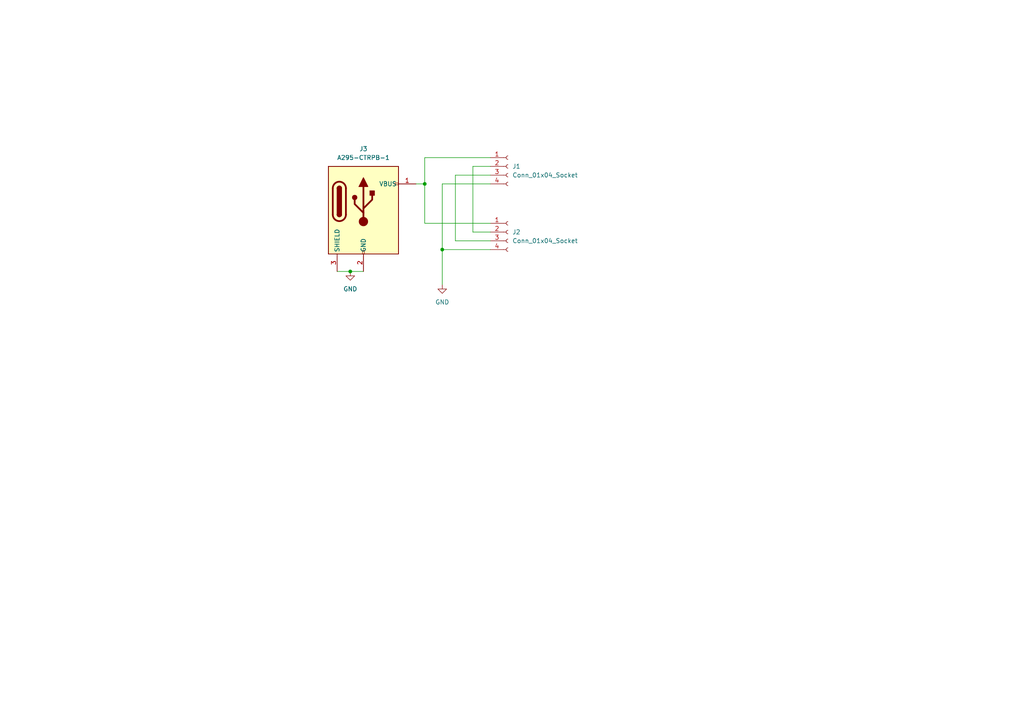
<source format=kicad_sch>
(kicad_sch (version 20231120) (generator "eeschema") (generator_version "8.0")
  (paper "A4")
  (title_block (title "Power Supply and CAN BUS 2") (date "2024-09-26") (rev "0.1") (company "Mocke Tech., LLC.") (comment 1 "Kiyotaka ATSUMI"))
  (lib_symbols
    (symbol "A295-CTRPB-1:A295-CTRPB-1"
      (property "Reference" "J" (at 0 15.24 0))
      (property "Value" "A295-CTRPB-1" (at 0 12.7 0))
      (symbol "A295-CTRPB-1_0_0"
        (rectangle (start -0.254 -13.97) (end 0.254 -12.954))
        (rectangle (start 10.16 6.604) (end 9.144 6.096))
      )
      (symbol "A295-CTRPB-1_0_1"
        (rectangle (start -10.16 11.43) (end 10.16 -13.97) (stroke (width 0.254)) (fill (type background)))
        (arc (start -8.89 -2.54) (mid -6.985 -4.4367) (end -5.08 -2.54) (stroke (width 0.508)))
        (arc (start -7.62 -2.54) (mid -6.985 -3.1723) (end -6.35 -2.54) (stroke (width 0.254)))
        (arc (start -7.62 -2.54) (mid -6.985 -3.1723) (end -6.35 -2.54) (stroke (width 0.254)) (fill (type outline)))
        (rectangle (start -7.62 -2.54) (end -6.35 5.08) (stroke (width 0.254)) (fill (type outline)))
        (arc (start -6.35 5.08) (mid -6.985 5.7123) (end -7.62 5.08) (stroke (width 0.254)))
        (arc (start -6.35 5.08) (mid -6.985 5.7123) (end -7.62 5.08) (stroke (width 0.254)) (fill (type outline)))
        (arc (start -5.08 5.08) (mid -6.985 6.9767) (end -8.89 5.08) (stroke (width 0.508)))
        (circle (center -2.54 2.413) (radius 0.635) (stroke (width 0.254)) (fill (type outline)))
        (circle (center 0 -4.572) (radius 1.27) (fill (type outline)))
        (polyline (pts (xy -8.89 -2.54) (xy -8.89 5.08)) (stroke (width 0.508)))
        (polyline (pts (xy -5.08 5.08) (xy -5.08 -2.54)) (stroke (width 0.508)))
        (polyline (pts (xy 0 -4.572) (xy 0 5.588)) (stroke (width 0.508)))
        (polyline (pts (xy 0 -2.032) (xy -2.54 0.508) (xy -2.54 1.778)) (stroke (width 0.508)))
        (polyline (pts (xy 0 -0.762) (xy 2.54 1.778) (xy 2.54 3.048)) (stroke (width 0.508)))
        (polyline (pts (xy -1.27 5.588) (xy 0 8.128) (xy 1.27 5.588) (xy -1.27 5.588)) (stroke (width 0.254)) (fill (type outline)))
        (rectangle (start 1.905 3.048) (end 3.175 4.318) (stroke (width 0.254)) (fill (type outline)))
      )
      (symbol "A295-CTRPB-1_1_1"
        (pin passive line (at 15.24 6.35 180) (length 5.08) (name "VBUS") (number "1"))
        (pin passive line (at 0 -19.05 90) (length 5.08) (name "GND") (number "2"))
        (pin passive line (at -7.62 -19.05 90) (length 5.08) (name "SHIELD") (number "3"))
      )
    )
    (symbol "Connector:Conn_01x04_Socket" (pin_names (offset 1.016) hide)
      (property "Reference" "J" (at 0 5.08 0))
      (property "Value" "Conn_01x04_Socket" (at 0 -7.62 0))
      (symbol "Conn_01x04_Socket_1_1"
        (arc (start 0 -4.572) (mid -0.5058 -5.08) (end 0 -5.588) (stroke (width 0.1524)))
        (arc (start 0 -2.032) (mid -0.5058 -2.54) (end 0 -3.048) (stroke (width 0.1524)))
        (polyline (pts (xy -1.27 -5.08) (xy -0.508 -5.08)) (stroke (width 0.1524)))
        (polyline (pts (xy -1.27 -2.54) (xy -0.508 -2.54)) (stroke (width 0.1524)))
        (polyline (pts (xy -1.27 0) (xy -0.508 0)) (stroke (width 0.1524)))
        (polyline (pts (xy -1.27 2.54) (xy -0.508 2.54)) (stroke (width 0.1524)))
        (arc (start 0 0.508) (mid -0.5058 0) (end 0 -0.508) (stroke (width 0.1524)))
        (arc (start 0 3.048) (mid -0.5058 2.54) (end 0 2.032) (stroke (width 0.1524)))
        (pin passive line (at -5.08 2.54 0) (length 3.81) (name "Pin_1") (number "1"))
        (pin passive line (at -5.08 0 0) (length 3.81) (name "Pin_2") (number "2"))
        (pin passive line (at -5.08 -2.54 0) (length 3.81) (name "Pin_3") (number "3"))
        (pin passive line (at -5.08 -5.08 0) (length 3.81) (name "Pin_4") (number "4"))
      )
    )
    (symbol "power:GND" (power) (pin_numbers hide) (pin_names (offset 0) hide)
      (property "Value" "GND" (at 0 -3.81 0))
      (symbol "GND_0_1"
        (polyline (pts (xy 0 0) (xy 0 -1.27) (xy 1.27 -1.27) (xy 0 -2.54) (xy -1.27 -1.27) (xy 0 -1.27)))
      )
      (symbol "GND_1_1"
        (pin power_in line (at 0 0 270) (length 0) (name "~") (number "1"))
      )
    )
  )
  (junction (at 101.6 78.74))
  (junction (at 128.27 72.39))
  (junction (at 123.19 53.34))
  (wire (pts (xy 137.16 48.26) (xy 137.16 67.31)))
  (wire (pts (xy 142.24 53.34) (xy 128.27 53.34)))
  (wire (pts (xy 142.24 50.8) (xy 132.08 50.8)))
  (wire (pts (xy 101.6 78.74) (xy 105.41 78.74)))
  (wire (pts (xy 128.27 53.34) (xy 128.27 72.39)))
  (wire (pts (xy 132.08 50.8) (xy 132.08 69.85)))
  (wire (pts (xy 123.19 64.77) (xy 142.24 64.77)))
  (wire (pts (xy 137.16 48.26) (xy 142.24 48.26)))
  (wire (pts (xy 137.16 67.31) (xy 142.24 67.31)))
  (wire (pts (xy 123.19 53.34) (xy 123.19 64.77)))
  (wire (pts (xy 97.79 78.74) (xy 101.6 78.74)))
  (wire (pts (xy 142.24 72.39) (xy 128.27 72.39)))
  (wire (pts (xy 123.19 45.72) (xy 142.24 45.72)))
  (wire (pts (xy 120.65 53.34) (xy 123.19 53.34)))
  (wire (pts (xy 128.27 72.39) (xy 128.27 82.55)))
  (wire (pts (xy 132.08 69.85) (xy 142.24 69.85)))
  (wire (pts (xy 123.19 53.34) (xy 123.19 45.72)))
  (symbol (lib_id "power:GND") (at 101.6 78.74 0) (unit 1)
    (property "Reference" "#PWR02" (effects (hide yes)))
    (property "Value" "GND" (at 101.6 83.82 0))
    (property "Description" "Power symbol creates a global label with name \"GND\" , ground" (effects (hide yes)))
  )
  (symbol (lib_id "Connector:Conn_01x04_Socket") (at 147.32 48.26 0) (unit 1)
    (property "Reference" "J1" (at 148.59 48.2599 0) (effects (justify left)))
    (property "Value" "Conn_01x04_Socket" (at 148.59 50.7999 0) (effects (justify left)))
    (property "Footprint" "Connector_PinSocket_2.54mm:PinSocket_1x04_P2.54mm_Horizontal" (effects (hide yes)))
    (property "Description" "Generic connector, single row, 01x04, script generated" (effects (hide yes)))
  )
  (symbol (lib_id "A295-CTRPB-1:A295-CTRPB-1") (at 105.41 59.69 0) (unit 1)
    (property "Reference" "J3" (at 105.41 43.18 0))
    (property "Value" "A295-CTRPB-1" (at 105.41 45.72 0))
    (property "Footprint" "A295-CTRPB-1:A295-CTRPB-1" (effects (hide yes)))
    (property "Datasheet" "https://akizukidenshi.com/download/ds/changenn/A295-CTRPB-1.pdf" (effects (hide yes)))
  )
  (symbol (lib_id "Connector:Conn_01x04_Socket") (at 147.32 67.31 0) (unit 1)
    (property "Reference" "J2" (at 148.59 67.3099 0) (effects (justify left)))
    (property "Value" "Conn_01x04_Socket" (at 148.59 69.8499 0) (effects (justify left)))
    (property "Footprint" "Connector_PinSocket_2.54mm:PinSocket_1x04_P2.54mm_Horizontal" (effects (hide yes)))
    (property "Description" "Generic connector, single row, 01x04, script generated" (effects (hide yes)))
  )
  (symbol (lib_id "power:GND") (at 128.27 82.55 0) (unit 1)
    (property "Reference" "#PWR01" (effects (hide yes)))
    (property "Value" "GND" (at 128.27 87.63 0))
    (property "Description" "Power symbol creates a global label with name \"GND\" , ground" (effects (hide yes)))
  )
)
</source>
